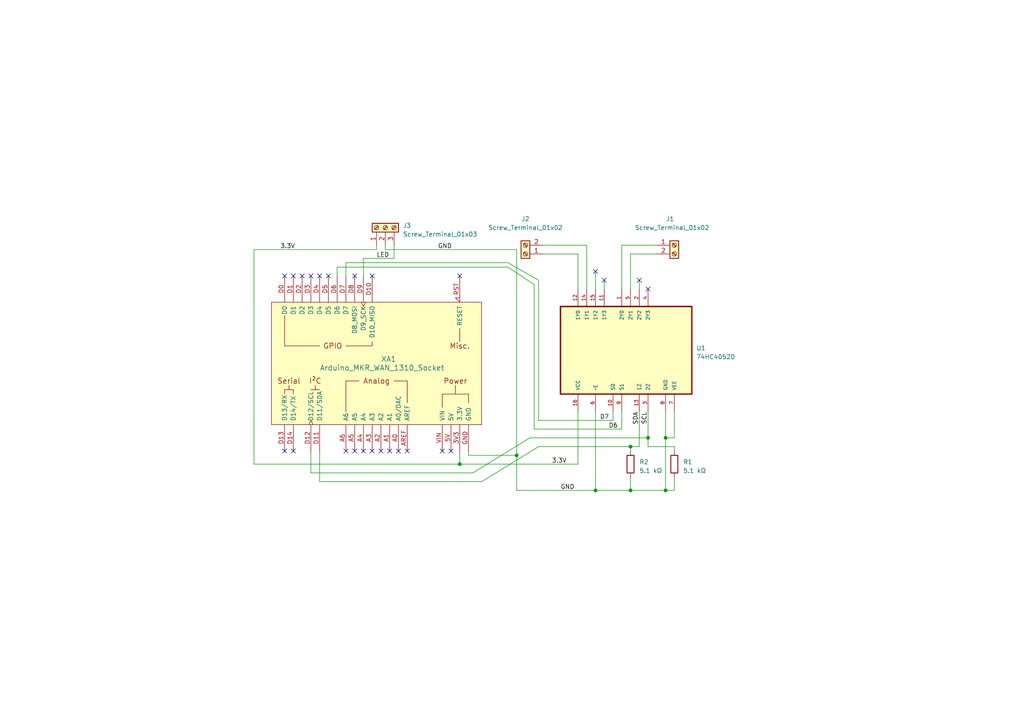
<source format=kicad_sch>
(kicad_sch (version 20230121) (generator eeschema)
  (paper "A4")
  (title_block (title "Turbidity Sensor PCB") (date "2023-06-26") (rev "4") (company "AU/AUD"))
  (lib_symbols
    (symbol "Connector:Screw_Terminal_01x02" (pin_names (offset 1.016) hide)
      (property "Reference" "J" (at 0 2.54 0))
      (property "Value" "Screw_Terminal_01x02" (at 0 -5.08 0))
      (symbol "Screw_Terminal_01x02_1_1"
        (rectangle (start -1.27 1.27) (end 1.27 -3.81) (stroke (width 0.254)) (fill (type background)))
        (circle (center 0 -2.54) (radius 0.635) (stroke (width 0.1524)))
        (polyline (pts (xy -0.5334 -2.2098) (xy 0.3302 -3.048)) (stroke (width 0.1524)))
        (polyline (pts (xy -0.5334 0.3302) (xy 0.3302 -0.508)) (stroke (width 0.1524)))
        (polyline (pts (xy -0.3556 -2.032) (xy 0.508 -2.8702)) (stroke (width 0.1524)))
        (polyline (pts (xy -0.3556 0.508) (xy 0.508 -0.3302)) (stroke (width 0.1524)))
        (circle (center 0 0) (radius 0.635) (stroke (width 0.1524)))
        (pin passive line (at -5.08 0 0) (length 3.81) (name "Pin_1") (number "1"))
        (pin passive line (at -5.08 -2.54 0) (length 3.81) (name "Pin_2") (number "2"))
      )
    )
    (symbol "Connector:Screw_Terminal_01x03" (pin_names (offset 1.016) hide)
      (property "Reference" "J" (at 0 5.08 0))
      (property "Value" "Screw_Terminal_01x03" (at 0 -5.08 0))
      (symbol "Screw_Terminal_01x03_1_1"
        (rectangle (start -1.27 3.81) (end 1.27 -3.81) (stroke (width 0.254)) (fill (type background)))
        (circle (center 0 -2.54) (radius 0.635) (stroke (width 0.1524)))
        (polyline (pts (xy -0.5334 -2.2098) (xy 0.3302 -3.048)) (stroke (width 0.1524)))
        (polyline (pts (xy -0.5334 0.3302) (xy 0.3302 -0.508)) (stroke (width 0.1524)))
        (polyline (pts (xy -0.5334 2.8702) (xy 0.3302 2.032)) (stroke (width 0.1524)))
        (polyline (pts (xy -0.3556 -2.032) (xy 0.508 -2.8702)) (stroke (width 0.1524)))
        (polyline (pts (xy -0.3556 0.508) (xy 0.508 -0.3302)) (stroke (width 0.1524)))
        (polyline (pts (xy -0.3556 3.048) (xy 0.508 2.2098)) (stroke (width 0.1524)))
        (circle (center 0 0) (radius 0.635) (stroke (width 0.1524)))
        (circle (center 0 2.54) (radius 0.635) (stroke (width 0.1524)))
        (pin passive line (at -5.08 2.54 0) (length 3.81) (name "Pin_1") (number "1"))
        (pin passive line (at -5.08 0 0) (length 3.81) (name "Pin_2") (number "2"))
        (pin passive line (at -5.08 -2.54 0) (length 3.81) (name "Pin_3") (number "3"))
      )
    )
    (symbol "Device:R" (pin_numbers hide) (pin_names (offset 0))
      (property "Reference" "R" (at 2.032 0 90))
      (property "Value" "R" (at 0 0 90))
      (symbol "R_0_1"
        (rectangle (start -1.016 -2.54) (end 1.016 2.54) (stroke (width 0.254)))
      )
      (symbol "R_1_1"
        (pin passive line (at 0 3.81 270) (length 1.27) (name "~") (number "1"))
        (pin passive line (at 0 -3.81 90) (length 1.27) (name "~") (number "2"))
      )
    )
    (symbol "PCM_arduino-library:Arduino_MKR_WAN_1310_Socket" (pin_names (offset 1.016))
      (property "Reference" "XA1" (at 1.27 -1.27 90))
      (property "Value" "Arduino_MKR_WAN_1310_Socket" (at -1.27 16.51 90))
      (symbol "Arduino_MKR_WAN_1310_Socket_0_0"
        (rectangle (start -17.78 30.48) (end 17.78 -30.48) (fill (type background)))
        (rectangle (start -12.7 -19.05) (end -8.89 -19.05))
        (rectangle (start -11.43 -26.67) (end -8.89 -26.67))
        (rectangle (start -8.89 -22.86) (end -6.35 -22.86))
        (polyline (pts (xy -8.89 -19.05) (xy -8.89 -26.67)))
        (polyline (pts (xy -7.62 25.4) (xy -6.35 25.4)))
        (polyline (pts (xy -5.08 -5.08) (xy -5.08 -8.89) (xy -11.43 -8.89)))
        (polyline (pts (xy -5.08 5.08) (xy -5.08 8.89) (xy -13.97 8.89)))
        (polyline (pts (xy 5.08 8.89) (xy 5.08 1.27) (xy 6.35 1.27)))
        (polyline (pts (xy 5.08 16.51) (xy 5.08 26.67) (xy 13.97 26.67)))
        (polyline (pts (xy -8.89 26.67) (xy -7.62 26.67) (xy -7.62 24.13) (xy -8.89 24.13)))
        (rectangle (start 6.35 -24.13) (end 10.16 -24.13))
        (text "Analog" (at -5.08 0 900) (effects (font (size 1.524 1.524))))
        (text "I²C" (at -5.08 17.78 900) (effects (font (size 1.524 1.524))))
        (text "Misc." (at 5.08 -24.13 900) (effects (font (size 1.524 1.524))))
        (text "Power" (at -5.08 -22.86 900) (effects (font (size 1.524 1.524))))
        (text "Serial" (at -5.08 25.4 900) (effects (font (size 1.524 1.524))))
      )
      (symbol "Arduino_MKR_WAN_1310_Socket_0_1"
        (polyline (pts (xy -7.62 16.51) (xy -7.62 19.05)))
        (polyline (pts (xy -7.62 17.78) (xy -6.35 17.78)))
      )
      (symbol "Arduino_MKR_WAN_1310_Socket_1_0"
        (text "GPIO" (at 5.08 12.7 900) (effects (font (size 1.524 1.524))))
      )
      (symbol "Arduino_MKR_WAN_1310_Socket_1_1"
        (pin power_out line (at -25.4 -24.13 0) (length 7.62) (name "3.3V") (number "3V3"))
        (pin power_in line (at -25.4 -21.59 0) (length 7.62) (name "5V") (number "5V"))
        (pin bidirectional line (at -25.4 -6.35 0) (length 7.62) (name "A0/DAC") (number "A0"))
        (pin bidirectional line (at -25.4 -3.81 0) (length 7.62) (name "A1") (number "A1"))
        (pin bidirectional line (at -25.4 -1.27 0) (length 7.62) (name "A2") (number "A2"))
        (pin bidirectional line (at -25.4 1.27 0) (length 7.62) (name "A3") (number "A3"))
        (pin bidirectional line (at -25.4 3.81 0) (length 7.62) (name "A4") (number "A4"))
        (pin bidirectional line (at -25.4 6.35 0) (length 7.62) (name "A5") (number "A5"))
        (pin bidirectional line (at -25.4 8.89 0) (length 7.62) (name "A6") (number "A6"))
        (pin input line (at -25.4 -8.89 0) (length 7.62) (name "AREF") (number "AREF"))
        (pin bidirectional line (at 25.4 26.67 180) (length 7.62) (name "D0") (number "D0"))
        (pin bidirectional line (at 25.4 24.13 180) (length 7.62) (name "D1") (number "D1"))
        (pin bidirectional line (at 25.4 1.27 180) (length 7.62) (name "D10_MISO") (number "D10"))
        (pin bidirectional line (at -25.4 16.51 0) (length 7.62) (name "D11/SDA") (number "D11"))
        (pin bidirectional clock (at -25.4 19.05 0) (length 7.62) (name "D12/SCL") (number "D12"))
        (pin bidirectional line (at -25.4 26.67 0) (length 7.62) (name "D13/RX") (number "D13"))
        (pin bidirectional line (at -25.4 24.13 0) (length 7.62) (name "D14/TX") (number "D14"))
        (pin bidirectional line (at 25.4 21.59 180) (length 7.62) (name "D2") (number "D2"))
        (pin bidirectional line (at 25.4 19.05 180) (length 7.62) (name "D3") (number "D3"))
        (pin bidirectional line (at 25.4 16.51 180) (length 7.62) (name "D4") (number "D4"))
        (pin bidirectional line (at 25.4 13.97 180) (length 7.62) (name "D5") (number "D5"))
        (pin bidirectional line (at 25.4 11.43 180) (length 7.62) (name "D6") (number "D6"))
        (pin bidirectional line (at 25.4 8.89 180) (length 7.62) (name "D7") (number "D7"))
        (pin bidirectional line (at 25.4 6.35 180) (length 7.62) (name "D8_MOSI") (number "D8"))
        (pin bidirectional clock (at 25.4 3.81 180) (length 7.62) (name "D9_SCK") (number "D9"))
        (pin input line (at -25.4 -26.67 0) (length 7.62) (name "GND") (number "GND"))
        (pin open_collector input_low (at 25.4 -24.13 180) (length 7.62) (name "RESET") (number "RST"))
        (pin power_in line (at -25.4 -19.05 0) (length 7.62) (name "VIN") (number "VIN"))
      )
    )
    (symbol "ProjectSymbols:74HC4052D" (pin_names (offset 1.016))
      (property "Reference" "U" (at -4.8031 18.0944 0))
      (property "Value" "74HC4052D" (at -4.1929 -27.4701 0))
      (symbol "74HC4052D_0_0"
        (rectangle (start -12.7 -22.86) (end 12.7 15.24) (stroke (width 0.4064)) (fill (type background)))
        (pin bidirectional line (at 17.78 -2.54 180) (length 5.08) (name "2Y0") (number "1"))
        (pin input line (at -17.78 0 0) (length 5.08) (name "S0") (number "10"))
        (pin bidirectional line (at 17.78 2.54 180) (length 5.08) (name "1Y3") (number "11"))
        (pin bidirectional line (at 17.78 10.16 180) (length 5.08) (name "1Y0") (number "12"))
        (pin bidirectional line (at -17.78 -7.62 0) (length 5.08) (name "1Z") (number "13"))
        (pin bidirectional line (at 17.78 7.62 180) (length 5.08) (name "1Y1") (number "14"))
        (pin bidirectional line (at 17.78 5.08 180) (length 5.08) (name "1Y2") (number "15"))
        (pin power_in line (at -17.78 10.16 0) (length 5.08) (name "VCC") (number "16"))
        (pin bidirectional line (at 17.78 -7.62 180) (length 5.08) (name "2Y2") (number "2"))
        (pin bidirectional line (at -17.78 -10.16 0) (length 5.08) (name "2Z") (number "3"))
        (pin bidirectional line (at 17.78 -10.16 180) (length 5.08) (name "2Y3") (number "4"))
        (pin bidirectional line (at 17.78 -5.08 180) (length 5.08) (name "2Y1") (number "5"))
        (pin input line (at -17.78 5.08 0) (length 5.08) (name "~E") (number "6"))
        (pin passive line (at -17.78 -15.24 0) (length 5.08) (name "GND") (number "8"))
        (pin input line (at -17.78 -2.54 0) (length 5.08) (name "S1") (number "9"))
      )
      (symbol "74HC4052D_1_0"
        (pin input line (at -17.78 -17.78 0) (length 5.08) (name "VEE") (number "7"))
      )
    )
  )
  (junction (at 193.04 142.24))
  (junction (at 182.88 142.24))
  (junction (at 182.88 129.54))
  (junction (at 172.72 142.24))
  (junction (at 187.96 127))
  (junction (at 193.04 127))
  (junction (at 149.86 132.08))
  (junction (at 133.35 134.62))
  (no_connect (at 82.55 80.01))
  (no_connect (at 95.25 80.01))
  (no_connect (at 102.87 130.81))
  (no_connect (at 110.49 130.81))
  (no_connect (at 113.03 130.81))
  (no_connect (at 90.17 80.01))
  (no_connect (at 85.09 80.01))
  (no_connect (at 100.33 130.81))
  (no_connect (at 107.95 130.81))
  (no_connect (at 105.41 130.81))
  (no_connect (at 172.72 78.74))
  (no_connect (at 128.27 130.81))
  (no_connect (at 175.26 81.28))
  (no_connect (at 130.81 130.81))
  (no_connect (at 92.71 80.01))
  (no_connect (at 87.63 80.01))
  (no_connect (at 85.09 130.81))
  (no_connect (at 82.55 130.81))
  (no_connect (at 187.96 83.82))
  (no_connect (at 107.95 80.01))
  (no_connect (at 185.42 81.28))
  (no_connect (at 133.35 80.01))
  (no_connect (at 115.57 130.81))
  (no_connect (at 118.11 130.81))
  (no_connect (at 102.87 80.01))
  (wire (pts (xy 182.88 83.82) (xy 182.88 73.66)))
  (wire (pts (xy 92.71 139.7) (xy 92.71 130.81)))
  (wire (pts (xy 182.88 142.24) (xy 193.04 142.24)))
  (wire (pts (xy 177.8 119.38) (xy 177.8 121.92)))
  (wire (pts (xy 135.89 132.08) (xy 149.86 132.08)))
  (wire (pts (xy 137.16 137.16) (xy 90.17 137.16)))
  (wire (pts (xy 73.66 134.62) (xy 133.35 134.62)))
  (wire (pts (xy 195.58 127) (xy 193.04 127)))
  (wire (pts (xy 172.72 142.24) (xy 182.88 142.24)))
  (wire (pts (xy 180.34 124.46) (xy 154.94 124.46)))
  (wire (pts (xy 97.79 77.47) (xy 97.79 80.01)))
  (wire (pts (xy 114.3 74.93) (xy 114.3 71.12)))
  (wire (pts (xy 180.34 71.12) (xy 190.5 71.12)))
  (wire (pts (xy 187.96 119.38) (xy 187.96 127)))
  (wire (pts (xy 172.72 119.38) (xy 172.72 142.24)))
  (wire (pts (xy 172.72 78.74) (xy 172.72 83.82)))
  (wire (pts (xy 185.42 81.28) (xy 185.42 83.82)))
  (wire (pts (xy 153.67 127) (xy 137.16 137.16)))
  (wire (pts (xy 177.8 121.92) (xy 156.21 121.92)))
  (wire (pts (xy 193.04 142.24) (xy 195.58 142.24)))
  (wire (pts (xy 156.21 129.54) (xy 139.7 139.7)))
  (wire (pts (xy 193.04 127) (xy 193.04 142.24)))
  (wire (pts (xy 133.35 130.81) (xy 133.35 134.62)))
  (wire (pts (xy 195.58 129.54) (xy 195.58 130.81)))
  (wire (pts (xy 133.35 134.62) (xy 167.64 134.62)))
  (wire (pts (xy 170.18 83.82) (xy 170.18 71.12)))
  (wire (pts (xy 73.66 72.39) (xy 109.22 72.39)))
  (wire (pts (xy 187.96 127) (xy 187.96 129.54)))
  (wire (pts (xy 182.88 129.54) (xy 182.88 130.81)))
  (wire (pts (xy 154.94 124.46) (xy 154.94 82.55)))
  (wire (pts (xy 182.88 73.66) (xy 190.5 73.66)))
  (wire (pts (xy 153.67 127) (xy 187.96 127)))
  (wire (pts (xy 149.86 72.39) (xy 111.76 72.39)))
  (wire (pts (xy 154.94 82.55) (xy 147.32 77.47)))
  (wire (pts (xy 167.64 73.66) (xy 157.48 73.66)))
  (wire (pts (xy 149.86 142.24) (xy 172.72 142.24)))
  (wire (pts (xy 139.7 139.7) (xy 92.71 139.7)))
  (wire (pts (xy 156.21 121.92) (xy 156.21 81.28)))
  (wire (pts (xy 100.33 80.01) (xy 100.33 76.2)))
  (wire (pts (xy 195.58 138.43) (xy 195.58 142.24)))
  (wire (pts (xy 156.21 129.54) (xy 182.88 129.54)))
  (wire (pts (xy 180.34 119.38) (xy 180.34 124.46)))
  (wire (pts (xy 180.34 83.82) (xy 180.34 71.12)))
  (wire (pts (xy 167.64 83.82) (xy 167.64 73.66)))
  (wire (pts (xy 182.88 138.43) (xy 182.88 142.24)))
  (wire (pts (xy 90.17 137.16) (xy 90.17 130.81)))
  (wire (pts (xy 111.76 71.12) (xy 111.76 72.39)))
  (wire (pts (xy 73.66 72.39) (xy 73.66 134.62)))
  (wire (pts (xy 149.86 132.08) (xy 149.86 142.24)))
  (wire (pts (xy 135.89 130.81) (xy 135.89 132.08)))
  (wire (pts (xy 156.21 81.28) (xy 147.32 76.2)))
  (wire (pts (xy 185.42 129.54) (xy 182.88 129.54)))
  (wire (pts (xy 167.64 134.62) (xy 167.64 119.38)))
  (wire (pts (xy 105.41 80.01) (xy 105.41 74.93)))
  (wire (pts (xy 195.58 119.38) (xy 195.58 127)))
  (wire (pts (xy 147.32 77.47) (xy 97.79 77.47)))
  (wire (pts (xy 193.04 119.38) (xy 193.04 127)))
  (wire (pts (xy 109.22 71.12) (xy 109.22 72.39)))
  (wire (pts (xy 185.42 119.38) (xy 185.42 129.54)))
  (wire (pts (xy 147.32 76.2) (xy 100.33 76.2)))
  (wire (pts (xy 105.41 74.93) (xy 114.3 74.93)))
  (wire (pts (xy 149.86 72.39) (xy 149.86 132.08)))
  (wire (pts (xy 187.96 129.54) (xy 195.58 129.54)))
  (wire (pts (xy 170.18 71.12) (xy 157.48 71.12)))
  (wire (pts (xy 175.26 81.28) (xy 175.26 83.82)))
  (label "SCL" (at 187.96 119.38 270))
  (label "3.3V" (at 160.02 134.62 0))
  (label "LED" (at 109.22 74.93 0))
  (label "D7" (at 173.99 121.92 0))
  (label "GND" (at 162.56 142.24 0))
  (label "3.3V" (at 81.28 72.39 0))
  (label "D6" (at 176.53 124.46 0))
  (label "GND" (at 127 72.39 0))
  (label "SDA" (at 185.42 119.38 270))
  (symbol (lib_id "Device:R") (at 182.88 134.62 0) (unit 1)
    (property "Reference" "R2" (at 185.42 133.985 0) (effects (justify left)))
    (property "Value" "5.1 kΩ" (at 185.42 136.525 0) (effects (justify left)))
    (property "Footprint" "Resistor_SMD:R_0805_2012Metric_Pad1.20x1.40mm_HandSolder" (effects hide))
  )
  (symbol (lib_id "Connector:Screw_Terminal_01x02") (at 152.4 73.66 180) (unit 1)
    (property "Reference" "J2" (at 152.4 63.5 0))
    (property "Value" "Screw_Terminal_01x02" (at 152.4 66.04 0))
    (property "Footprint" "TerminalBlock_4Ucon:TerminalBlock_4Ucon_1x02_P3.50mm_Horizontal" (effects hide))
  )
  (symbol (lib_id "Device:R") (at 195.58 134.62 0) (unit 1)
    (property "Reference" "R1" (at 198.12 133.985 0) (effects (justify left)))
    (property "Value" "5.1 kΩ" (at 198.12 136.525 0) (effects (justify left)))
    (property "Footprint" "Resistor_SMD:R_0805_2012Metric_Pad1.20x1.40mm_HandSolder" (effects hide))
  )
  (symbol (lib_id "ProjectSymbols:74HC4052D") (at 177.8 101.6 90) (unit 1)
    (property "Reference" "U1" (at 201.93 100.965 90) (effects (justify right)))
    (property "Value" "74HC4052D" (at 201.93 103.505 90) (effects (justify right)))
    (property "Footprint" "Project:74HC4052D" (effects hide))
    (property "MPN" "74HC4052D" (effects hide))
    (property "SUPPLIER" "NXP" (effects hide))
    (property "OC_NEWARK" "-" (effects hide))
    (property "OC_FARNELL" "1201328" (effects hide))
    (property "PACKAGE" "SOIC-16" (effects hide))
  )
  (symbol (lib_id "Connector:Screw_Terminal_01x03") (at 111.76 66.04 90) (unit 1)
    (property "Reference" "J3" (at 116.84 65.405 90) (effects (justify right)))
    (property "Value" "Screw_Terminal_01x03" (at 116.84 67.945 90) (effects (justify right)))
    (property "Footprint" "TerminalBlock_4Ucon:TerminalBlock_4Ucon_1x03_P3.50mm_Horizontal" (effects hide))
  )
  (symbol (lib_id "PCM_arduino-library:Arduino_MKR_WAN_1310_Socket") (at 109.22 105.41 90) (unit 1)
    (property "Reference" "XA1" (at 110.49 104.14 90) (effects (font (size 1.524 1.524)) (justify right)))
    (property "Value" "Arduino_MKR_WAN_1310_Socket" (at 92.71 106.68 90) (effects (font (size 1.524 1.524)) (justify right)))
    (property "Footprint" "PCM_arduino-library:Arduino_MKR_FOX_1200_Socket" (effects hide))
    (property "Datasheet" "https://docs.arduino.cc/hardware/mkr-wan-1310" (effects hide))
  )
  (symbol (lib_id "Connector:Screw_Terminal_01x02") (at 195.58 71.12 0) (unit 1)
    (property "Reference" "J1" (at 195.58 63.5 0) (effects (justify right)))
    (property "Value" "Screw_Terminal_01x02" (at 205.74 66.04 0) (effects (justify right)))
    (property "Footprint" "TerminalBlock_4Ucon:TerminalBlock_4Ucon_1x02_P3.50mm_Horizontal" (effects hide))
  )
)
</source>
